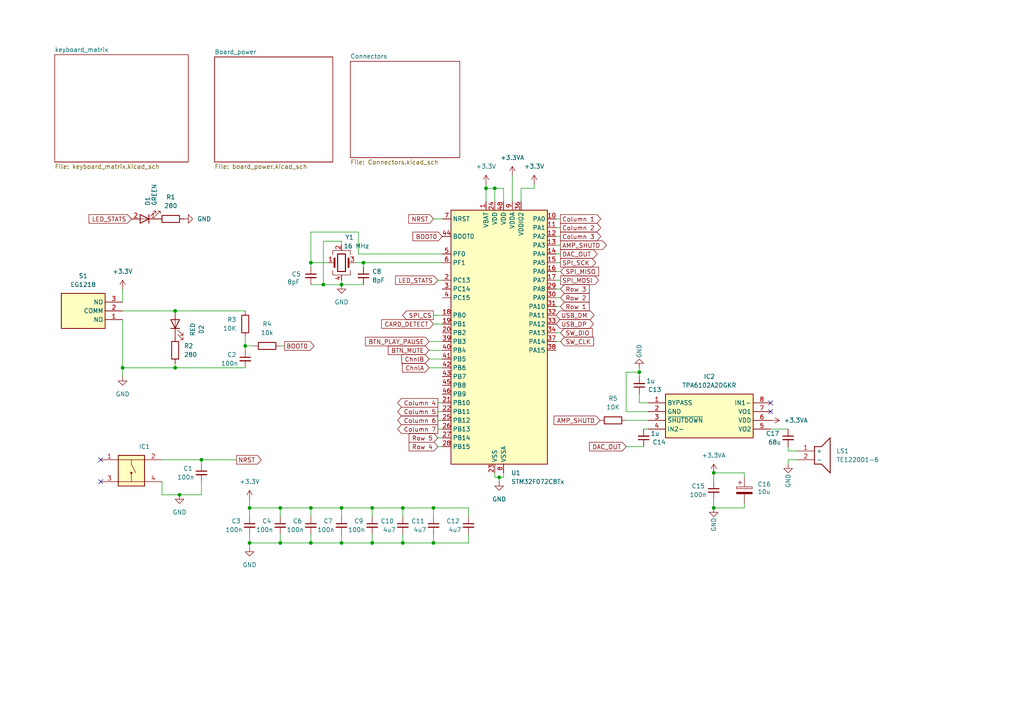
<source format=kicad_sch>
(kicad_sch (version 20231120) (generator "eeschema") (generator_version "8.0")
  (paper "A4")
  (lib_symbols
    (symbol "150080VS75000(WURTH GREEN LED):150080VS75000"
      (property "Reference" "D" (at 0 0 0))
      (symbol "150080VS75000_0_1"
        (polyline (pts (xy 1.27 -3.81) (xy 1.27 -1.27)) (stroke (width 0.254)))
        (polyline (pts (xy 1.27 -2.54) (xy 3.81 -2.54)))
        (polyline (pts (xy 3.81 -3.81) (xy 3.81 -1.27) (xy 1.27 -2.54) (xy 3.81 -3.81)) (stroke (width 0.254)))
        (polyline (pts (xy -0.508 -3.302) (xy -2.032 -4.826) (xy -1.27 -4.826) (xy -2.032 -4.826) (xy -2.032 -4.064)))
        (polyline (pts (xy 0.762 -3.302) (xy -0.762 -4.826) (xy 0 -4.826) (xy -0.762 -4.826) (xy -0.762 -4.064)))
      )
      (symbol "150080VS75000_1_1"
        (pin passive line (at -1.27 -2.54 0) (length 2.54) (name "") (number "1"))
        (pin passive line (at 6.35 -2.54 180) (length 2.54) (name "") (number "2"))
      )
    )
    (symbol "Device:C_Polarized" (pin_numbers hide) (pin_names (offset 0.254))
      (property "Reference" "C" (at 0.635 2.54 0))
      (property "Value" "C_Polarized" (at 0.635 -2.54 0))
      (symbol "C_Polarized_0_1"
        (rectangle (start -2.286 0.508) (end 2.286 1.016))
        (polyline (pts (xy -1.778 2.286) (xy -0.762 2.286)))
        (polyline (pts (xy -1.27 2.794) (xy -1.27 1.778)))
        (rectangle (start 2.286 -0.508) (end -2.286 -1.016) (fill (type outline)))
      )
      (symbol "C_Polarized_1_1"
        (pin passive line (at 0 3.81 270) (length 2.794) (name "~") (number "1"))
        (pin passive line (at 0 -3.81 90) (length 2.794) (name "~") (number "2"))
      )
    )
    (symbol "Device:C_Small" (pin_numbers hide) (pin_names (offset 0.254) hide)
      (property "Reference" "C" (at 0.254 1.778 0))
      (property "Value" "C_Small" (at 0.254 -2.032 0))
      (symbol "C_Small_0_1"
        (polyline (pts (xy -1.524 -0.508) (xy 1.524 -0.508)) (stroke (width 0.3302)))
        (polyline (pts (xy -1.524 0.508) (xy 1.524 0.508)) (stroke (width 0.3048)))
      )
      (symbol "C_Small_1_1"
        (pin passive line (at 0 2.54 270) (length 2.032) (name "~") (number "1"))
        (pin passive line (at 0 -2.54 90) (length 2.032) (name "~") (number "2"))
      )
    )
    (symbol "Device:LED" (pin_numbers hide) (pin_names (offset 1.016) hide)
      (property "Reference" "D" (at 0 2.54 0))
      (property "Value" "LED" (at 0 -2.54 0))
      (symbol "LED_0_1"
        (polyline (pts (xy -1.27 -1.27) (xy -1.27 1.27)) (stroke (width 0.254)))
        (polyline (pts (xy -1.27 0) (xy 1.27 0)))
        (polyline (pts (xy 1.27 -1.27) (xy 1.27 1.27) (xy -1.27 0) (xy 1.27 -1.27)) (stroke (width 0.254)))
        (polyline (pts (xy -3.048 -0.762) (xy -4.572 -2.286) (xy -3.81 -2.286) (xy -4.572 -2.286) (xy -4.572 -1.524)))
        (polyline (pts (xy -1.778 -0.762) (xy -3.302 -2.286) (xy -2.54 -2.286) (xy -3.302 -2.286) (xy -3.302 -1.524)))
      )
      (symbol "LED_1_1"
        (pin passive line (at -3.81 0 0) (length 2.54) (name "K") (number "1"))
        (pin passive line (at 3.81 0 180) (length 2.54) (name "A") (number "2"))
      )
    )
    (symbol "Device:R" (pin_numbers hide) (pin_names (offset 0))
      (property "Reference" "R" (at 2.032 0 90))
      (property "Value" "R" (at 0 0 90))
      (symbol "R_0_1"
        (rectangle (start -1.016 -2.54) (end 1.016 2.54) (stroke (width 0.254)))
      )
      (symbol "R_1_1"
        (pin passive line (at 0 3.81 270) (length 1.27) (name "~") (number "1"))
        (pin passive line (at 0 -3.81 90) (length 1.27) (name "~") (number "2"))
      )
    )
    (symbol "EG1218:EG1218"
      (property "Reference" "S" (at 19.05 7.62 0))
      (property "Value" "EG1218" (at 19.05 5.08 0))
      (symbol "EG1218_1_1"
        (rectangle (start 5.08 2.54) (end 17.78 -7.62) (stroke (width 0.254)) (fill (type background)))
        (pin passive line (at 0 0 0) (length 5.08) (name "NO") (number "1"))
        (pin passive line (at 0 -2.54 0) (length 5.08) (name "COMM") (number "2"))
        (pin passive line (at 0 -5.08 0) (length 5.08) (name "NO") (number "3"))
      )
    )
    (symbol "MCU_ST_STM32F0:STM32F072C8Tx"
      (property "Reference" "U" (at -12.7 39.37 0))
      (property "Value" "STM32F072C8Tx" (at 10.16 39.37 0))
      (symbol "STM32F072C8Tx_0_1"
        (rectangle (start -12.7 -35.56) (end 15.24 38.1) (stroke (width 0.254)) (fill (type background)))
      )
      (symbol "STM32F072C8Tx_1_1"
        (pin power_in line (at -2.54 40.64 270) (length 2.54) (name "VBAT") (number "1"))
        (pin bidirectional line (at 17.78 35.56 180) (length 2.54) (name "PA0") (number "10"))
        (pin bidirectional line (at 17.78 33.02 180) (length 2.54) (name "PA1") (number "11"))
        (pin bidirectional line (at 17.78 30.48 180) (length 2.54) (name "PA2") (number "12"))
        (pin bidirectional line (at 17.78 27.94 180) (length 2.54) (name "PA3") (number "13"))
        (pin bidirectional line (at 17.78 25.4 180) (length 2.54) (name "PA4") (number "14"))
        (pin bidirectional line (at 17.78 22.86 180) (length 2.54) (name "PA5") (number "15"))
        (pin bidirectional line (at 17.78 20.32 180) (length 2.54) (name "PA6") (number "16"))
        (pin bidirectional line (at 17.78 17.78 180) (length 2.54) (name "PA7") (number "17"))
        (pin bidirectional line (at -15.24 7.62 0) (length 2.54) (name "PB0") (number "18"))
        (pin bidirectional line (at -15.24 5.08 0) (length 2.54) (name "PB1") (number "19"))
        (pin bidirectional line (at -15.24 17.78 0) (length 2.54) (name "PC13") (number "2"))
        (pin bidirectional line (at -15.24 2.54 0) (length 2.54) (name "PB2") (number "20"))
        (pin bidirectional line (at -15.24 -17.78 0) (length 2.54) (name "PB10") (number "21"))
        (pin bidirectional line (at -15.24 -20.32 0) (length 2.54) (name "PB11") (number "22"))
        (pin power_in line (at 0 -38.1 90) (length 2.54) (name "VSS") (number "23"))
        (pin power_in line (at 0 40.64 270) (length 2.54) (name "VDD") (number "24"))
        (pin bidirectional line (at -15.24 -22.86 0) (length 2.54) (name "PB12") (number "25"))
        (pin bidirectional line (at -15.24 -25.4 0) (length 2.54) (name "PB13") (number "26"))
        (pin bidirectional line (at -15.24 -27.94 0) (length 2.54) (name "PB14") (number "27"))
        (pin bidirectional line (at -15.24 -30.48 0) (length 2.54) (name "PB15") (number "28"))
        (pin bidirectional line (at 17.78 15.24 180) (length 2.54) (name "PA8") (number "29"))
        (pin bidirectional line (at -15.24 15.24 0) (length 2.54) (name "PC14") (number "3"))
        (pin bidirectional line (at 17.78 12.7 180) (length 2.54) (name "PA9") (number "30"))
        (pin bidirectional line (at 17.78 10.16 180) (length 2.54) (name "PA10") (number "31"))
        (pin bidirectional line (at 17.78 7.62 180) (length 2.54) (name "PA11") (number "32"))
        (pin bidirectional line (at 17.78 5.08 180) (length 2.54) (name "PA12") (number "33"))
        (pin bidirectional line (at 17.78 2.54 180) (length 2.54) (name "PA13") (number "34"))
        (pin passive line (at 0 -38.1 90) (length 2.54) hide (name "VSS") (number "35"))
        (pin power_in line (at 7.62 40.64 270) (length 2.54) (name "VDDIO2") (number "36"))
        (pin bidirectional line (at 17.78 0 180) (length 2.54) (name "PA14") (number "37"))
        (pin bidirectional line (at 17.78 -2.54 180) (length 2.54) (name "PA15") (number "38"))
        (pin bidirectional line (at -15.24 0 0) (length 2.54) (name "PB3") (number "39"))
        (pin bidirectional line (at -15.24 12.7 0) (length 2.54) (name "PC15") (number "4"))
        (pin bidirectional line (at -15.24 -2.54 0) (length 2.54) (name "PB4") (number "40"))
        (pin bidirectional line (at -15.24 -5.08 0) (length 2.54) (name "PB5") (number "41"))
        (pin bidirectional line (at -15.24 -7.62 0) (length 2.54) (name "PB6") (number "42"))
        (pin bidirectional line (at -15.24 -10.16 0) (length 2.54) (name "PB7") (number "43"))
        (pin input line (at -15.24 30.48 0) (length 2.54) (name "BOOT0") (number "44"))
        (pin bidirectional line (at -15.24 -12.7 0) (length 2.54) (name "PB8") (number "45"))
        (pin bidirectional line (at -15.24 -15.24 0) (length 2.54) (name "PB9") (number "46"))
        (pin passive line (at 0 -38.1 90) (length 2.54) hide (name "VSS") (number "47"))
        (pin power_in line (at 2.54 40.64 270) (length 2.54) (name "VDD") (number "48"))
        (pin bidirectional line (at -15.24 25.4 0) (length 2.54) (name "PF0") (number "5"))
        (pin bidirectional line (at -15.24 22.86 0) (length 2.54) (name "PF1") (number "6"))
        (pin input line (at -15.24 35.56 0) (length 2.54) (name "NRST") (number "7"))
        (pin power_in line (at 2.54 -38.1 90) (length 2.54) (name "VSSA") (number "8"))
        (pin power_in line (at 5.08 40.64 270) (length 2.54) (name "VDDA") (number "9"))
      )
    )
    (symbol "TE122001-6:TE122001-6"
      (property "Reference" "LS" (at 11.43 0 0))
      (property "Value" "TE122001-6" (at 11.43 -2.54 0))
      (symbol "TE122001-6_1_1"
        (polyline (pts (xy 5.08 1.27) (xy 5.08 -3.81)) (stroke (width 0.254)))
        (polyline (pts (xy 5.08 1.27) (xy 7.112 1.27)) (stroke (width 0.254)))
        (polyline (pts (xy 7.112 -3.81) (xy 5.08 -3.81)) (stroke (width 0.254)))
        (polyline (pts (xy 7.112 -3.81) (xy 9.652 -6.35)) (stroke (width 0.254)))
        (polyline (pts (xy 9.652 3.81) (xy 7.112 1.27)) (stroke (width 0.254)))
        (polyline (pts (xy 9.652 3.81) (xy 9.652 -6.35)) (stroke (width 0.254)))
        (pin passive line (at 0 0 0) (length 5.08) (name "+") (number "1"))
        (pin passive line (at 0 -2.54 0) (length 5.08) (name "-") (number "2"))
      )
    )
    (symbol "TPA6102A2DGKR:TPA6102A2DGKR"
      (property "Reference" "IC" (at 31.75 7.62 0))
      (property "Value" "TPA6102A2DGKR" (at 31.75 5.08 0))
      (symbol "TPA6102A2DGKR_1_1"
        (rectangle (start 5.08 2.54) (end 30.48 -10.16) (stroke (width 0.254)) (fill (type background)))
        (pin passive line (at 0 0 0) (length 5.08) (name "BYPASS") (number "1"))
        (pin passive line (at 0 -2.54 0) (length 5.08) (name "GND") (number "2"))
        (pin passive line (at 0 -5.08 0) (length 5.08) (name "~{SHUTDOWN}") (number "3"))
        (pin passive line (at 0 -7.62 0) (length 5.08) (name "IN2-") (number "4"))
        (pin passive line (at 35.56 -7.62 180) (length 5.08) (name "VO2") (number "5"))
        (pin passive line (at 35.56 -5.08 180) (length 5.08) (name "VDD") (number "6"))
        (pin passive line (at 35.56 -2.54 180) (length 5.08) (name "VO1") (number "7"))
        (pin passive line (at 35.56 0 180) (length 5.08) (name "IN1-") (number "8"))
      )
    )
    (symbol "TS02-66-80-BK-160-LCR-D:TS02-66-80-BK-160-LCR-D"
      (property "Reference" "IC1" (at 15.24 5.08 0))
      (symbol "TS02-66-80-BK-160-LCR-D_0_1"
        (polyline (pts (xy 7.62 -5.08) (xy 15.24 -5.08)))
        (polyline (pts (xy 11.43 -5.08) (xy 11.43 -3.81)))
        (polyline (pts (xy 11.43 -3.81) (xy 11.43 -2.54)))
        (polyline (pts (xy 11.43 0) (xy 12.7 -2.54)))
        (polyline (pts (xy 11.43 1.27) (xy 11.43 0)))
        (polyline (pts (xy 7.62 1.27) (xy 8.89 1.27) (xy 15.24 1.27)))
      )
      (symbol "TS02-66-80-BK-160-LCR-D_1_1"
        (rectangle (start 7.62 2.54) (end 15.24 -6.35) (stroke (width 0.254)) (fill (type background)))
        (circle (center 11.43 -2.54) (radius 0.254) (fill (type color) (color 255 0 0 1)))
        (pin passive line (at 2.54 1.27 0) (length 5.08) (name "") (number "1"))
        (pin passive line (at 20.32 1.27 180) (length 5.08) (name "") (number "2"))
        (pin passive line (at 2.54 -5.08 0) (length 5.08) (name "") (number "3"))
        (pin passive line (at 20.32 -5.08 180) (length 5.08) (name "") (number "4"))
      )
    )
    (symbol "TSX-3225 16.0000MF09Z-AC3:TSX-3225_16.0000MF09Z-AC3"
      (property "Reference" "Y" (at 0 0 0))
      (symbol "TSX-3225_16.0000MF09Z-AC3_0_1"
        (rectangle (start -3.933 -2.06) (end -1.647 -7.14) (stroke (width 0.3048)))
        (polyline (pts (xy -5.33 -4.6) (xy -4.822 -4.6)))
        (polyline (pts (xy -4.822 -5.87) (xy -4.822 -3.33)) (stroke (width 0.508)))
        (polyline (pts (xy -2.79 -8.41) (xy -2.79 -8.156)))
        (polyline (pts (xy -2.79 -1.044) (xy -2.79 -0.79)))
        (polyline (pts (xy -0.758 -5.87) (xy -0.758 -3.33)) (stroke (width 0.508)))
        (polyline (pts (xy -0.758 -4.6) (xy -0.25 -4.6)))
        (polyline (pts (xy -5.33 -6.886) (xy -5.33 -8.156) (xy -0.25 -8.156) (xy -0.25 -6.886)))
        (polyline (pts (xy -5.33 -2.314) (xy -5.33 -1.044) (xy -0.25 -1.044) (xy -0.25 -2.314)))
      )
      (symbol "TSX-3225_16.0000MF09Z-AC3_1_1"
        (pin passive line (at -6.6 -4.6 0) (length 1.27) (name "") (number "1"))
        (pin passive line (at -2.79 0.48 270) (length 1.27) (name "") (number "2"))
        (pin passive line (at 1.02 -4.6 180) (length 1.27) (name "") (number "3"))
        (pin passive line (at -2.79 -9.68 90) (length 1.27) (name "") (number "4"))
      )
    )
    (symbol "power:+3.3V" (power) (pin_numbers hide) (pin_names (offset 0) hide)
      (property "Value" "+3.3V" (at 0 3.556 0))
      (symbol "+3.3V_0_1"
        (polyline (pts (xy -0.762 1.27) (xy 0 2.54)))
        (polyline (pts (xy 0 0) (xy 0 2.54)))
        (polyline (pts (xy 0 2.54) (xy 0.762 1.27)))
      )
      (symbol "+3.3V_1_1"
        (pin power_in line (at 0 0 90) (length 0) (name "~") (number "1"))
      )
    )
    (symbol "power:+3.3VA" (power) (pin_numbers hide) (pin_names (offset 0) hide)
      (property "Value" "+3.3VA" (at 0 3.556 0))
      (symbol "+3.3VA_0_1"
        (polyline (pts (xy -0.762 1.27) (xy 0 2.54)))
        (polyline (pts (xy 0 0) (xy 0 2.54)))
        (polyline (pts (xy 0 2.54) (xy 0.762 1.27)))
      )
      (symbol "+3.3VA_1_1"
        (pin power_in line (at 0 0 90) (length 0) (name "~") (number "1"))
      )
    )
    (symbol "power:GND" (power) (pin_numbers hide) (pin_names (offset 0) hide)
      (property "Value" "GND" (at 0 -3.81 0))
      (symbol "GND_0_1"
        (polyline (pts (xy 0 0) (xy 0 -1.27) (xy 1.27 -1.27) (xy 0 -2.54) (xy -1.27 -1.27) (xy 0 -1.27)))
      )
      (symbol "GND_1_1"
        (pin power_in line (at 0 0 270) (length 0) (name "~") (number "1"))
      )
    )
  )
  (junction (at 99.06 147.32))
  (junction (at 140.97 54.61))
  (junction (at 185.42 107.95))
  (junction (at 90.17 76.2))
  (junction (at 71.12 100.33))
  (junction (at 125.73 157.48))
  (junction (at 207.01 147.32))
  (junction (at 99.06 82.55))
  (junction (at 144.78 138.43))
  (junction (at 99.06 157.48))
  (junction (at 52.07 143.51))
  (junction (at 125.73 147.32))
  (junction (at 81.28 157.48))
  (junction (at 72.39 157.48))
  (junction (at 93.795 82.55))
  (junction (at 35.56 106.68))
  (junction (at 143.51 54.61))
  (junction (at 90.17 157.48))
  (junction (at 72.39 147.32))
  (junction (at 107.95 157.48))
  (junction (at 58.42 133.35))
  (junction (at 116.84 147.32))
  (junction (at 81.28 147.32))
  (junction (at 105.41 76.2))
  (junction (at 107.95 147.32))
  (junction (at 90.17 147.32))
  (junction (at 116.84 157.48))
  (junction (at 50.8 90.17))
  (junction (at 207.01 137.16))
  (junction (at 50.8 106.68))
  (no_connect (at 223.52 119.38))
  (no_connect (at 223.52 116.84))
  (no_connect (at 29.21 133.35))
  (no_connect (at 29.21 139.7))
  (wire (pts (xy 72.39 157.48) (xy 72.39 154.94)))
  (wire (pts (xy 161.29 78.74) (xy 162.56 78.74)))
  (wire (pts (xy 146.05 54.61) (xy 143.51 54.61)))
  (wire (pts (xy 215.9 146.05) (xy 215.9 147.32)))
  (wire (pts (xy 127 119.38) (xy 128.27 119.38)))
  (wire (pts (xy 161.29 63.5) (xy 162.56 63.5)))
  (wire (pts (xy 127 81.28) (xy 128.27 81.28)))
  (wire (pts (xy 185.42 114.3) (xy 185.42 116.84)))
  (wire (pts (xy 93.795 82.55) (xy 99.06 82.55)))
  (wire (pts (xy 143.51 54.61) (xy 143.51 58.42)))
  (wire (pts (xy 116.84 157.48) (xy 116.84 154.94)))
  (wire (pts (xy 186.69 124.46) (xy 187.96 124.46)))
  (wire (pts (xy 127 124.46) (xy 128.27 124.46)))
  (wire (pts (xy 124.46 99.06) (xy 128.27 99.06)))
  (wire (pts (xy 140.97 58.42) (xy 140.97 54.61)))
  (wire (pts (xy 124.46 101.6) (xy 128.27 101.6)))
  (wire (pts (xy 58.42 133.35) (xy 46.99 133.35)))
  (wire (pts (xy 161.29 83.82) (xy 162.56 83.82)))
  (wire (pts (xy 151.13 54.61) (xy 151.13 58.42)))
  (wire (pts (xy 90.17 157.48) (xy 90.17 154.94)))
  (wire (pts (xy 72.39 158.75) (xy 72.39 157.48)))
  (wire (pts (xy 161.29 96.52) (xy 162.56 96.52)))
  (wire (pts (xy 81.28 147.32) (xy 90.17 147.32)))
  (wire (pts (xy 93.795 69.96) (xy 93.795 82.55)))
  (wire (pts (xy 161.29 71.12) (xy 162.56 71.12)))
  (wire (pts (xy 35.56 83.82) (xy 35.56 87.63)))
  (wire (pts (xy 107.95 157.48) (xy 107.95 154.94)))
  (wire (pts (xy 50.8 90.17) (xy 71.12 90.17)))
  (wire (pts (xy 46.99 143.51) (xy 52.07 143.51)))
  (wire (pts (xy 125.73 147.32) (xy 125.73 149.86)))
  (wire (pts (xy 154.94 54.61) (xy 151.13 54.61)))
  (wire (pts (xy 148.59 50.8) (xy 148.59 58.42)))
  (wire (pts (xy 81.28 100.33) (xy 82.55 100.33)))
  (wire (pts (xy 185.42 106.68) (xy 185.42 107.95)))
  (wire (pts (xy 125.73 63.5) (xy 128.27 63.5)))
  (wire (pts (xy 103.955 73.66) (xy 128.27 73.66)))
  (wire (pts (xy 223.52 124.46) (xy 228.6 124.46)))
  (wire (pts (xy 146.05 138.43) (xy 146.05 137.16)))
  (wire (pts (xy 50.8 106.68) (xy 71.12 106.68)))
  (wire (pts (xy 207.01 147.32) (xy 207.01 144.78)))
  (wire (pts (xy 99.06 71.12) (xy 99.06 69.96)))
  (wire (pts (xy 146.05 138.43) (xy 144.78 138.43)))
  (wire (pts (xy 228.6 130.81) (xy 228.6 129.54)))
  (wire (pts (xy 107.95 147.32) (xy 107.95 149.86)))
  (wire (pts (xy 231.14 133.35) (xy 228.6 133.35)))
  (wire (pts (xy 81.28 157.48) (xy 81.28 154.94)))
  (wire (pts (xy 71.12 100.33) (xy 71.12 101.6)))
  (wire (pts (xy 207.01 137.16) (xy 207.01 139.7)))
  (wire (pts (xy 46.99 139.7) (xy 46.99 143.51)))
  (wire (pts (xy 58.42 133.35) (xy 58.42 134.62)))
  (wire (pts (xy 125.73 147.32) (xy 135.89 147.32)))
  (wire (pts (xy 73.66 100.33) (xy 71.12 100.33)))
  (wire (pts (xy 99.06 147.32) (xy 99.06 149.86)))
  (wire (pts (xy 161.29 88.9) (xy 162.56 88.9)))
  (wire (pts (xy 35.56 106.68) (xy 35.56 109.22)))
  (wire (pts (xy 58.42 143.51) (xy 52.07 143.51)))
  (wire (pts (xy 103.955 67.31) (xy 103.955 73.66)))
  (wire (pts (xy 72.39 157.48) (xy 81.28 157.48)))
  (wire (pts (xy 186.69 129.54) (xy 181.61 129.54)))
  (wire (pts (xy 103.955 67.31) (xy 90.17 67.31)))
  (wire (pts (xy 161.29 86.36) (xy 162.56 86.36)))
  (wire (pts (xy 187.96 119.38) (xy 181.61 119.38)))
  (wire (pts (xy 35.56 106.68) (xy 50.8 106.68)))
  (wire (pts (xy 107.95 157.48) (xy 116.84 157.48)))
  (wire (pts (xy 72.39 147.32) (xy 72.39 149.86)))
  (wire (pts (xy 99.06 157.48) (xy 99.06 154.94)))
  (wire (pts (xy 161.29 68.58) (xy 162.56 68.58)))
  (wire (pts (xy 93.795 69.96) (xy 99.06 69.96)))
  (wire (pts (xy 90.17 147.32) (xy 90.17 149.86)))
  (wire (pts (xy 135.89 147.32) (xy 135.89 149.86)))
  (wire (pts (xy 50.8 105.41) (xy 50.8 106.68)))
  (wire (pts (xy 107.95 147.32) (xy 116.84 147.32)))
  (wire (pts (xy 146.05 58.42) (xy 146.05 54.61)))
  (wire (pts (xy 181.61 107.95) (xy 185.42 107.95)))
  (wire (pts (xy 161.29 66.04) (xy 162.56 66.04)))
  (wire (pts (xy 125.73 91.44) (xy 128.27 91.44)))
  (wire (pts (xy 143.51 138.43) (xy 144.78 138.43)))
  (wire (pts (xy 181.61 121.92) (xy 187.96 121.92)))
  (wire (pts (xy 124.46 106.68) (xy 128.27 106.68)))
  (wire (pts (xy 124.46 104.14) (xy 128.27 104.14)))
  (wire (pts (xy 35.56 92.71) (xy 35.56 106.68)))
  (wire (pts (xy 228.6 130.81) (xy 231.14 130.81)))
  (wire (pts (xy 72.39 144.78) (xy 72.39 147.32)))
  (wire (pts (xy 90.17 82.55) (xy 93.795 82.55)))
  (wire (pts (xy 81.28 157.48) (xy 90.17 157.48)))
  (wire (pts (xy 90.17 76.2) (xy 90.17 77.47)))
  (wire (pts (xy 90.17 147.32) (xy 99.06 147.32)))
  (wire (pts (xy 125.73 93.98) (xy 128.27 93.98)))
  (wire (pts (xy 105.41 82.55) (xy 99.06 82.55)))
  (wire (pts (xy 140.97 54.61) (xy 140.97 53.34)))
  (wire (pts (xy 215.9 137.16) (xy 207.01 137.16)))
  (wire (pts (xy 58.42 133.35) (xy 68.58 133.35)))
  (wire (pts (xy 161.29 99.06) (xy 162.56 99.06)))
  (wire (pts (xy 143.51 137.16) (xy 143.51 138.43)))
  (wire (pts (xy 127 121.92) (xy 128.27 121.92)))
  (wire (pts (xy 102.87 76.2) (xy 105.41 76.2)))
  (wire (pts (xy 140.97 54.61) (xy 143.51 54.61)))
  (wire (pts (xy 125.73 157.48) (xy 125.73 154.94)))
  (wire (pts (xy 135.89 157.48) (xy 135.89 154.94)))
  (wire (pts (xy 71.12 97.79) (xy 71.12 100.33)))
  (wire (pts (xy 144.78 138.43) (xy 144.78 139.7)))
  (wire (pts (xy 116.84 147.32) (xy 125.73 147.32)))
  (wire (pts (xy 161.29 76.2) (xy 162.56 76.2)))
  (wire (pts (xy 116.84 147.32) (xy 116.84 149.86)))
  (wire (pts (xy 81.28 147.32) (xy 81.28 149.86)))
  (wire (pts (xy 90.17 157.48) (xy 99.06 157.48)))
  (wire (pts (xy 90.17 67.31) (xy 90.17 76.2)))
  (wire (pts (xy 161.29 73.66) (xy 162.56 73.66)))
  (wire (pts (xy 154.94 53.34) (xy 154.94 54.61)))
  (wire (pts (xy 215.9 138.43) (xy 215.9 137.16)))
  (wire (pts (xy 72.39 147.32) (xy 81.28 147.32)))
  (wire (pts (xy 116.84 157.48) (xy 125.73 157.48)))
  (wire (pts (xy 228.6 133.35) (xy 228.6 134.62)))
  (wire (pts (xy 185.42 116.84) (xy 187.96 116.84)))
  (wire (pts (xy 127 127) (xy 128.27 127)))
  (wire (pts (xy 105.41 76.2) (xy 128.27 76.2)))
  (wire (pts (xy 125.73 157.48) (xy 135.89 157.48)))
  (wire (pts (xy 127 129.54) (xy 128.27 129.54)))
  (wire (pts (xy 161.29 81.28) (xy 162.56 81.28)))
  (wire (pts (xy 105.41 76.2) (xy 105.41 77.47)))
  (wire (pts (xy 35.56 90.17) (xy 50.8 90.17)))
  (wire (pts (xy 185.42 107.95) (xy 185.42 109.22)))
  (wire (pts (xy 95.25 76.2) (xy 90.17 76.2)))
  (wire (pts (xy 181.61 119.38) (xy 181.61 107.95)))
  (wire (pts (xy 99.06 81.28) (xy 99.06 82.55)))
  (wire (pts (xy 58.42 139.7) (xy 58.42 143.51)))
  (wire (pts (xy 99.06 157.48) (xy 107.95 157.48)))
  (wire (pts (xy 127 116.84) (xy 128.27 116.84)))
  (wire (pts (xy 215.9 147.32) (xy 207.01 147.32)))
  (wire (pts (xy 99.06 147.32) (xy 107.95 147.32)))
  (global_label "SPI_CS" (shape output) (at 125.73 91.44 180) (property "Intersheetrefs" "${INTERSHEET_REFS}" (effects (hide yes))))
  (global_label "AMP_SHUTD" (shape output) (at 162.56 71.12 0) (property "Intersheetrefs" "${INTERSHEET_REFS}" (effects (hide yes))))
  (global_label "Row 2" (shape input) (at 162.56 86.36 0) (property "Intersheetrefs" "${INTERSHEET_REFS}" (effects (hide yes))))
  (global_label "CARD_DETECT" (shape input) (at 125.73 93.98 180) (property "Intersheetrefs" "${INTERSHEET_REFS}" (effects (hide yes))))
  (global_label "NRST" (shape input) (at 125.73 63.5 180) (property "Intersheetrefs" "${INTERSHEET_REFS}" (effects (hide yes))))
  (global_label "NRST" (shape output) (at 68.58 133.35 0) (property "Intersheetrefs" "${INTERSHEET_REFS}" (effects (hide yes))))
  (global_label "USB_DM" (shape bidirectional) (at 161.29 91.44 0) (property "Intersheetrefs" "${INTERSHEET_REFS}" (effects (hide yes))))
  (global_label "BOOT0" (shape output) (at 82.55 100.33 0) (property "Intersheetrefs" "${INTERSHEET_REFS}" (effects (hide yes))))
  (global_label "Column 7" (shape output) (at 127 124.46 180) (property "Intersheetrefs" "${INTERSHEET_REFS}" (effects (hide yes))))
  (global_label "BTN_MUTE" (shape input) (at 124.46 101.6 180) (property "Intersheetrefs" "${INTERSHEET_REFS}" (effects (hide yes))))
  (global_label "SPI_MOSI" (shape output) (at 162.56 81.28 0) (property "Intersheetrefs" "${INTERSHEET_REFS}" (effects (hide yes))))
  (global_label "ChnlA" (shape input) (at 124.46 106.68 180) (property "Intersheetrefs" "${INTERSHEET_REFS}" (effects (hide yes))))
  (global_label "Column 1" (shape output) (at 162.56 63.5 0) (property "Intersheetrefs" "${INTERSHEET_REFS}" (effects (hide yes))))
  (global_label "AMP_SHUTD" (shape input) (at 173.99 121.92 180) (property "Intersheetrefs" "${INTERSHEET_REFS}" (effects (hide yes))))
  (global_label "LED_STATS" (shape input) (at 127 81.28 180) (property "Intersheetrefs" "${INTERSHEET_REFS}" (effects (hide yes))))
  (global_label "BOOT0" (shape input) (at 128.27 68.58 180) (property "Intersheetrefs" "${INTERSHEET_REFS}" (effects (hide yes))))
  (global_label "DAC_OUT" (shape input) (at 181.61 129.54 180) (property "Intersheetrefs" "${INTERSHEET_REFS}" (effects (hide yes))))
  (global_label "Column 2" (shape output) (at 162.56 66.04 0) (property "Intersheetrefs" "${INTERSHEET_REFS}" (effects (hide yes))))
  (global_label "DAC_OUT" (shape output) (at 162.56 73.66 0) (property "Intersheetrefs" "${INTERSHEET_REFS}" (effects (hide yes))))
  (global_label "ChnlB" (shape input) (at 124.46 104.14 180) (property "Intersheetrefs" "${INTERSHEET_REFS}" (effects (hide yes))))
  (global_label "SPI_SCK" (shape output) (at 162.56 76.2 0) (property "Intersheetrefs" "${INTERSHEET_REFS}" (effects (hide yes))))
  (global_label "Column 5" (shape output) (at 127 119.38 180) (property "Intersheetrefs" "${INTERSHEET_REFS}" (effects (hide yes))))
  (global_label "Row 5" (shape input) (at 127 127 180) (property "Intersheetrefs" "${INTERSHEET_REFS}" (effects (hide yes))))
  (global_label "Row 3" (shape input) (at 162.56 83.82 0) (property "Intersheetrefs" "${INTERSHEET_REFS}" (effects (hide yes))))
  (global_label "SPI_MISO" (shape input) (at 162.56 78.74 0) (property "Intersheetrefs" "${INTERSHEET_REFS}" (effects (hide yes))))
  (global_label "USB_DP" (shape bidirectional) (at 161.29 93.98 0) (property "Intersheetrefs" "${INTERSHEET_REFS}" (effects (hide yes))))
  (global_label "SW_CLK" (shape input) (at 162.56 99.06 0) (property "Intersheetrefs" "${INTERSHEET_REFS}" (effects (hide yes))))
  (global_label "Column 6" (shape output) (at 127 121.92 180) (property "Intersheetrefs" "${INTERSHEET_REFS}" (effects (hide yes))))
  (global_label "BTN_PLAY_PAUSE" (shape input) (at 124.46 99.06 180) (property "Intersheetrefs" "${INTERSHEET_REFS}" (effects (hide yes))))
  (global_label "Column 4" (shape output) (at 127 116.84 180) (property "Intersheetrefs" "${INTERSHEET_REFS}" (effects (hide yes))))
  (global_label "LED_STATS" (shape input) (at 38.1 63.5 180) (property "Intersheetrefs" "${INTERSHEET_REFS}" (effects (hide yes))))
  (global_label "Row 1" (shape input) (at 162.56 88.9 0) (property "Intersheetrefs" "${INTERSHEET_REFS}" (effects (hide yes))))
  (global_label "SW_DIO" (shape input) (at 162.56 96.52 0) (property "Intersheetrefs" "${INTERSHEET_REFS}" (effects (hide yes))))
  (global_label "Row 4" (shape input) (at 127 129.54 180) (property "Intersheetrefs" "${INTERSHEET_REFS}" (effects (hide yes))))
  (global_label "Column 3" (shape output) (at 162.56 68.58 0) (property "Intersheetrefs" "${INTERSHEET_REFS}" (effects (hide yes))))
  (symbol (lib_id "power:+3.3V") (at 35.56 83.82 0) (unit 1)
    (property "Reference" "#PWR01" (effects (hide yes)))
    (property "Value" "+3.3V" (at 35.56 78.74 0))
    (property "Description" "Power symbol creates a global label with name \"+3.3V\"" (effects (hide yes)))
  )
  (symbol (lib_id "power:+3.3V") (at 140.97 53.34 0) (mirror y) (unit 1)
    (property "Reference" "#PWR08" (effects (hide yes)))
    (property "Value" "+3.3V" (at 140.97 48.26 0))
    (property "Description" "Power symbol creates a global label with name \"+3.3V\"" (effects (hide yes)))
  )
  (symbol (lib_id "Device:LED") (at 50.8 93.98 90) (unit 1)
    (property "Reference" "D2" (at 58.42 95.5675 0))
    (property "Value" "RED" (at 55.88 95.5675 0))
    (property "Description" "Light emitting diode" (effects (hide yes)))
  )
  (symbol (lib_id "Device:C_Small") (at 71.12 104.14 0) (mirror y) (unit 1)
    (property "Reference" "C2" (at 68.58 102.8762 0) (effects (justify left)))
    (property "Value" "100n" (at 69.088 105.41 0) (effects (justify left)))
    (property "Description" "Unpolarized capacitor, small symbol" (effects (hide yes)))
  )
  (symbol (lib_id "TE122001-6:TE122001-6") (at 231.14 130.81 0) (unit 1)
    (property "Reference" "LS1" (at 242.57 130.8099 0) (effects (justify left)))
    (property "Value" "TE122001-6" (at 242.57 133.3499 0) (effects (justify left)))
    (property "Footprint" "TE1220016:TE1220016" (effects (hide yes)))
    (property "Datasheet" "https://dbunlimitedco.com/images/product_images/2D-Drawings/TE122001-6.pdf" (effects (hide yes)))
    (property "Description" "Buzzers Transducer, Externally Driven Electromechanical 1.5 V 30mA 2.048kHz 85dB @ 1.5V, 10cm Through Hole PC Pins" (effects (hide yes)))
    (property "Height" "8.7" (effects (hide yes)))
    (property "Manufacturer_Name" "DB Unlimited" (effects (hide yes)))
    (property "Manufacturer_Part_Number" "TE122001-6" (effects (hide yes)))
    (property "Mouser Part Number" "497-TE122001-6" (effects (hide yes)))
    (property "Mouser Price/Stock" "https://www.mouser.co.uk/ProductDetail/DB-Unlimited/TE122001-6?qs=t9M3m0YJX4NPzWmfcQIlUw%3D%3D" (effects (hide yes)))
    (property "Arrow Part Number" "TE122001-6" (effects (hide yes)))
    (property "Arrow Price/Stock" "https://www.arrow.com/en/products/te122001-6/db-unlimited" (effects (hide yes)))
  )
  (symbol (lib_id "Device:C_Small") (at 90.17 152.4 0) (mirror y) (unit 1)
    (property "Reference" "C6" (at 87.63 151.1362 0) (effects (justify left)))
    (property "Value" "100n" (at 88.138 153.67 0) (effects (justify left)))
    (property "Description" "Unpolarized capacitor, small symbol" (effects (hide yes)))
  )
  (symbol (lib_id "Device:R") (at 49.53 63.5 90) (unit 1)
    (property "Reference" "R1" (at 49.53 57.15 90))
    (property "Value" "280" (at 49.53 59.69 90))
    (property "Description" "Resistor" (effects (hide yes)))
  )
  (symbol (lib_id "Device:C_Small") (at 207.01 142.24 0) (mirror y) (unit 1)
    (property "Reference" "C15" (at 204.47 140.9762 0) (effects (justify left)))
    (property "Value" "100n" (at 204.978 143.51 0) (effects (justify left)))
    (property "Description" "Unpolarized capacitor, small symbol" (effects (hide yes)))
  )
  (symbol (lib_id "Device:C_Small") (at 90.17 80.01 0) (unit 1)
    (property "Reference" "C5" (at 84.582 79.502 0) (effects (justify left)))
    (property "Value" "8pF" (at 83.312 81.788 0) (effects (justify left)))
    (property "Description" "Unpolarized capacitor, small symbol" (effects (hide yes)))
  )
  (symbol (lib_id "power:GND") (at 207.01 147.32 0) (unit 1)
    (property "Reference" "#PWR014" (effects (hide yes)))
    (property "Value" "GND" (at 207.01 150.114 90) (effects (justify right)))
    (property "Description" "Power symbol creates a global label with name \"GND\" , ground" (effects (hide yes)))
  )
  (symbol (lib_id "TPA6102A2DGKR:TPA6102A2DGKR") (at 187.96 116.84 0) (unit 1)
    (property "Reference" "IC2" (at 205.74 109.22 0))
    (property "Value" "TPA6102A2DGKR" (at 205.74 111.76 0))
    (property "Footprint" "TPA6102A2DGKR:SOP65P490X110-8N" (effects (hide yes)))
    (property "Datasheet" "http://www.ti.com/lit/gpn/tpa6102a2" (effects (hide yes)))
    (property "Description" "50-mW Ultra Low-Voltage, Stereo Headphone Audio Amplifier with Fixed Gain (14dB)" (effects (hide yes)))
    (property "Height" "1.1" (effects (hide yes)))
    (property "Manufacturer_Name" "Texas Instruments" (effects (hide yes)))
    (property "Manufacturer_Part_Number" "TPA6102A2DGKR" (effects (hide yes)))
    (property "Mouser Part Number" "595-TPA6102A2DGKR" (effects (hide yes)))
    (property "Mouser Price/Stock" "https://www.mouser.co.uk/ProductDetail/Texas-Instruments/TPA6102A2DGKR?qs=ojKcPFmCWSXqrcjB4lQ9mA%3D%3D" (effects (hide yes)))
  )
  (symbol (lib_id "power:GND") (at 228.6 134.62 0) (unit 1)
    (property "Reference" "#PWR016" (effects (hide yes)))
    (property "Value" "GND" (at 228.6 137.414 90) (effects (justify right)))
    (property "Description" "Power symbol creates a global label with name \"GND\" , ground" (effects (hide yes)))
  )
  (symbol (lib_id "Device:C_Small") (at 125.73 152.4 0) (mirror y) (unit 1)
    (property "Reference" "C11" (at 123.19 151.1362 0) (effects (justify left)))
    (property "Value" "4u7" (at 123.698 153.67 0) (effects (justify left)))
    (property "Description" "Unpolarized capacitor, small symbol" (effects (hide yes)))
  )
  (symbol (lib_id "power:GND") (at 99.06 82.55 0) (mirror y) (unit 1)
    (property "Reference" "#PWR07" (effects (hide yes)))
    (property "Value" "GND" (at 99.06 87.63 0))
    (property "Description" "Power symbol creates a global label with name \"GND\" , ground" (effects (hide yes)))
  )
  (symbol (lib_id "power:GND") (at 72.39 158.75 0) (mirror y) (unit 1)
    (property "Reference" "#PWR06" (effects (hide yes)))
    (property "Value" "GND" (at 72.39 163.83 0))
    (property "Description" "Power symbol creates a global label with name \"GND\" , ground" (effects (hide yes)))
  )
  (symbol (lib_id "Device:C_Small") (at 116.84 152.4 0) (mirror y) (unit 1)
    (property "Reference" "C10" (at 114.3 151.1362 0) (effects (justify left)))
    (property "Value" "4u7" (at 114.808 153.67 0) (effects (justify left)))
    (property "Description" "Unpolarized capacitor, small symbol" (effects (hide yes)))
  )
  (symbol (lib_id "power:+3.3VA") (at 223.52 121.92 270) (unit 1)
    (property "Reference" "#PWR015" (effects (hide yes)))
    (property "Value" "+3.3VA" (at 227.33 121.9199 90) (effects (justify left)))
    (property "Description" "Power symbol creates a global label with name \"+3.3VA\"" (effects (hide yes)))
  )
  (symbol (lib_id "power:GND") (at 185.42 106.68 180) (unit 1)
    (property "Reference" "#PWR012" (effects (hide yes)))
    (property "Value" "GND" (at 185.42 103.886 90) (effects (justify right)))
    (property "Description" "Power symbol creates a global label with name \"GND\" , ground" (effects (hide yes)))
  )
  (symbol (lib_id "Device:C_Small") (at 72.39 152.4 0) (mirror y) (unit 1)
    (property "Reference" "C3" (at 69.85 151.1362 0) (effects (justify left)))
    (property "Value" "100n" (at 70.358 153.67 0) (effects (justify left)))
    (property "Description" "Unpolarized capacitor, small symbol" (effects (hide yes)))
  )
  (symbol (lib_id "power:+3.3V") (at 72.39 144.78 0) (mirror y) (unit 1)
    (property "Reference" "#PWR05" (effects (hide yes)))
    (property "Value" "+3.3V" (at 72.39 139.7 0))
    (property "Description" "Power symbol creates a global label with name \"+3.3V\"" (effects (hide yes)))
  )
  (symbol (lib_id "TS02-66-80-BK-160-LCR-D:TS02-66-80-BK-160-LCR-D") (at 26.67 134.62 0) (unit 1)
    (property "Reference" "IC1" (at 41.91 129.54 0))
    (property "Value" "TS02-66-80-BK-160-LCR-D" (effects (hide yes)))
    (property "Footprint" "Button_Switch_THT:TS02-66-80-BK-160-LCR-D" (effects (hide yes)))
    (property "Datasheet" "https://www.cuidevices.com/product/resource/pdf/ts02.pdf" (effects (hide yes)))
    (property "Description" "6 x 6 mm, 4.3~17 mm Actuator Height, 100~260 gf, Through Hole, SPST, Tactile Switch" (effects (hide yes)))
    (property "Height" "8.2" (effects (hide yes)))
    (property "Manufacturer_Name" "CUI Devices" (effects (hide yes)))
    (property "Manufacturer_Part_Number" "TS02-66-80-BK-160-LCR-D" (effects (hide yes)))
    (property "Mouser Part Number" "179-TS026680BK160LCR" (effects (hide yes)))
    (property "Mouser Price/Stock" "https://www.mouser.co.uk/ProductDetail/CUI-Devices/TS02-66-80-BK-160-LCR-D?qs=A6eO%252BMLsxmSm1xFOy1v9yg%3D%3D" (effects (hide yes)))
  )
  (symbol (lib_id "Device:C_Small") (at 99.06 152.4 0) (mirror y) (unit 1)
    (property "Reference" "C7" (at 96.52 151.1362 0) (effects (justify left)))
    (property "Value" "100n" (at 97.028 153.67 0) (effects (justify left)))
    (property "Description" "Unpolarized capacitor, small symbol" (effects (hide yes)))
  )
  (symbol (lib_id "Device:C_Polarized") (at 215.9 142.24 0) (unit 1)
    (property "Reference" "C16" (at 219.71 140.462 0) (effects (justify left)))
    (property "Value" "10u" (at 219.71 142.6209 0) (effects (justify left)))
    (property "Description" "Polarized capacitor" (effects (hide yes)))
  )
  (symbol (lib_id "Device:C_Small") (at 107.95 152.4 0) (mirror y) (unit 1)
    (property "Reference" "C9" (at 105.41 151.1362 0) (effects (justify left)))
    (property "Value" "100n" (at 105.918 153.67 0) (effects (justify left)))
    (property "Description" "Unpolarized capacitor, small symbol" (effects (hide yes)))
  )
  (symbol (lib_id "150080VS75000(WURTH GREEN LED):150080VS75000") (at 44.45 66.04 180) (unit 1)
    (property "Reference" "D1" (at 42.8624 59.69 90) (effects (justify right)))
    (property "Value" "GREEN" (at 44.7675 59.69 90) (effects (justify right)))
  )
  (symbol (lib_id "Device:R") (at 50.8 101.6 0) (unit 1)
    (property "Reference" "R2" (at 53.34 100.3299 0) (effects (justify left)))
    (property "Value" "280" (at 53.34 102.8699 0) (effects (justify left)))
    (property "Description" "Resistor" (effects (hide yes)))
  )
  (symbol (lib_id "EG1218:EG1218") (at 35.56 92.71 180) (unit 1)
    (property "Reference" "S1" (at 24.13 80.01 0))
    (property "Value" "EG1218" (at 24.13 82.55 0))
    (property "Footprint" "Button_Switch_THT:EG1218" (effects (hide yes)))
    (property "Datasheet" "https://configured-product-images.s3.amazonaws.com/2D/specs/EG1218.pdf" (effects (hide yes)))
    (property "Description" "SLIDE, 200mA 30VDC, SPDT On-On, Through Hole PC Pin" (effects (hide yes)))
    (property "Height" "7.4" (effects (hide yes)))
    (property "Manufacturer_Name" "E-Switch" (effects (hide yes)))
    (property "Manufacturer_Part_Number" "EG1218" (effects (hide yes)))
    (property "Mouser Part Number" "612-EG1218" (effects (hide yes)))
    (property "Mouser Price/Stock" "https://www.mouser.co.uk/ProductDetail/E-Switch/EG1218?qs=xDsBkp9LkocT0c8K%252B5e%2FgA%3D%3D" (effects (hide yes)))
  )
  (symbol (lib_id "Device:R") (at 77.47 100.33 270) (mirror x) (unit 1)
    (property "Reference" "R4" (at 77.47 93.98 90))
    (property "Value" "10k" (at 77.47 96.52 90))
    (property "Description" "Resistor" (effects (hide yes)))
  )
  (symbol (lib_id "Device:C_Small") (at 105.41 80.01 0) (unit 1)
    (property "Reference" "C8" (at 107.95 78.7462 0) (effects (justify left)))
    (property "Value" "8pF" (at 107.95 81.2862 0) (effects (justify left)))
    (property "Description" "Unpolarized capacitor, small symbol" (effects (hide yes)))
  )
  (symbol (lib_id "Device:C_Small") (at 81.28 152.4 0) (mirror y) (unit 1)
    (property "Reference" "C4" (at 78.74 151.1362 0) (effects (justify left)))
    (property "Value" "100n" (at 79.248 153.67 0) (effects (justify left)))
    (property "Description" "Unpolarized capacitor, small symbol" (effects (hide yes)))
  )
  (symbol (lib_id "power:GND") (at 35.56 109.22 0) (unit 1)
    (property "Reference" "#PWR02" (effects (hide yes)))
    (property "Value" "GND" (at 35.56 114.3 0))
    (property "Description" "Power symbol creates a global label with name \"GND\" , ground" (effects (hide yes)))
  )
  (symbol (lib_id "Device:R") (at 177.8 121.92 270) (mirror x) (unit 1)
    (property "Reference" "R5" (at 177.8 115.57 90))
    (property "Value" "10K" (at 177.8 118.11 90))
    (property "Description" "Resistor" (effects (hide yes)))
  )
  (symbol (lib_id "power:GND") (at 144.78 139.7 0) (unit 1)
    (property "Reference" "#PWR09" (effects (hide yes)))
    (property "Value" "GND" (at 144.78 144.78 0))
    (property "Description" "Power symbol creates a global label with name \"GND\" , ground" (effects (hide yes)))
  )
  (symbol (lib_id "Device:C_Small") (at 186.69 127 0) (mirror x) (unit 1)
    (property "Reference" "C14" (at 189.23 128.2638 0) (effects (justify left)))
    (property "Value" "1u" (at 188.722 125.73 0) (effects (justify left)))
    (property "Description" "Unpolarized capacitor, small symbol" (effects (hide yes)))
  )
  (symbol (lib_id "power:+3.3V") (at 154.94 53.34 0) (mirror y) (unit 1)
    (property "Reference" "#PWR011" (effects (hide yes)))
    (property "Value" "+3.3V" (at 154.94 48.26 0))
    (property "Description" "Power symbol creates a global label with name \"+3.3V\"" (effects (hide yes)))
  )
  (symbol (lib_id "Device:C_Small") (at 185.42 111.76 0) (mirror x) (unit 1)
    (property "Reference" "C13" (at 187.96 113.0238 0) (effects (justify left)))
    (property "Value" "1u" (at 187.452 110.49 0) (effects (justify left)))
    (property "Description" "Unpolarized capacitor, small symbol" (effects (hide yes)))
  )
  (symbol (lib_id "power:+3.3VA") (at 148.59 50.8 0) (unit 1)
    (property "Reference" "#PWR010" (effects (hide yes)))
    (property "Value" "+3.3VA" (at 148.59 45.72 0))
    (property "Description" "Power symbol creates a global label with name \"+3.3VA\"" (effects (hide yes)))
  )
  (symbol (lib_id "power:GND") (at 52.07 143.51 0) (mirror y) (unit 1)
    (property "Reference" "#PWR03" (effects (hide yes)))
    (property "Value" "GND" (at 52.07 148.59 0))
    (property "Description" "Power symbol creates a global label with name \"GND\" , ground" (effects (hide yes)))
  )
  (symbol (lib_id "MCU_ST_STM32F0:STM32F072C8Tx") (at 143.51 99.06 0) (unit 1)
    (property "Reference" "U1" (at 148.2441 137.16 0) (effects (justify left)))
    (property "Value" "STM32F072C8Tx" (at 148.2441 139.7 0) (effects (justify left)))
    (property "Footprint" "Package_QFP:LQFP-48_7x7mm_P0.5mm" (effects (hide yes)))
    (property "Datasheet" "https://www.st.com/resource/en/datasheet/stm32f072c8.pdf" (effects (hide yes)))
    (property "Description" "STMicroelectronics Arm Cortex-M0 MCU, 64KB flash, 16KB RAM, 48 MHz, 2.0-3.6V, 37 GPIO, LQFP48" (effects (hide yes)))
  )
  (symbol (lib_id "Device:C_Small") (at 58.42 137.16 0) (mirror y) (unit 1)
    (property "Reference" "C1" (at 55.88 135.8962 0) (effects (justify left)))
    (property "Value" "100n" (at 56.388 138.43 0) (effects (justify left)))
    (property "Description" "Unpolarized capacitor, small symbol" (effects (hide yes)))
  )
  (symbol (lib_id "TSX-3225 16.0000MF09Z-AC3:TSX-3225_16.0000MF09Z-AC3") (at 101.85 71.6 0) (unit 1)
    (property "Reference" "Y1" (at 101.346 68.834 0))
    (property "Value" "16 MHz" (at 103.378 71.374 0))
  )
  (symbol (lib_id "Device:R") (at 71.12 93.98 0) (mirror y) (unit 1)
    (property "Reference" "R3" (at 68.58 92.7099 0) (effects (justify left)))
    (property "Value" "10K" (at 68.58 95.2499 0) (effects (justify left)))
    (property "Description" "Resistor" (effects (hide yes)))
  )
  (symbol (lib_id "Device:C_Small") (at 228.6 127 0) (mirror y) (unit 1)
    (property "Reference" "C17" (at 226.06 125.7362 0) (effects (justify left)))
    (property "Value" "68u" (at 226.568 128.27 0) (effects (justify left)))
    (property "Description" "Unpolarized capacitor, small symbol" (effects (hide yes)))
  )
  (symbol (lib_id "Device:C_Small") (at 135.89 152.4 0) (mirror y) (unit 1)
    (property "Reference" "C12" (at 133.35 151.1362 0) (effects (justify left)))
    (property "Value" "4u7" (at 133.858 153.67 0) (effects (justify left)))
    (property "Description" "Unpolarized capacitor, small symbol" (effects (hide yes)))
  )
  (symbol (lib_id "power:GND") (at 53.34 63.5 90) (unit 1)
    (property "Reference" "#PWR04" (effects (hide yes)))
    (property "Value" "GND" (at 57.15 63.4999 90) (effects (justify right)))
    (property "Description" "Power symbol creates a global label with name \"GND\" , ground" (effects (hide yes)))
  )
  (symbol (lib_id "power:+3.3VA") (at 207.01 137.16 0) (unit 1)
    (property "Reference" "#PWR013" (effects (hide yes)))
    (property "Value" "+3.3VA" (at 207.01 132.08 0))
    (property "Description" "Power symbol creates a global label with name \"+3.3VA\"" (effects (hide yes)))
  )
  (sheet (at 15.875 15.875) (size 38.735 31.115) (stroke (width 0.1524))
    (property "Sheetname" "keyboard_matrix" (at 15.875 15.1634 0) (effects (justify left bottom)))
    (property "Sheetfile" "keyboard_matrix.kicad_sch" (at 15.875 47.5746 0) (effects (justify left top)))
  )
  (sheet (at 62.23 16.51) (size 34.29 30.48) (stroke (width 0.1524))
    (property "Sheetname" "Board_power" (at 62.23 15.7984 0) (effects (justify left bottom)))
    (property "Sheetfile" "board_power.kicad_sch" (at 62.23 47.5746 0) (effects (justify left top)))
  )
  (sheet (at 101.6 17.78) (size 31.75 27.94) (stroke (width 0.1524))
    (property "Sheetname" "Connectors" (at 101.6 17.0684 0) (effects (justify left bottom)))
    (property "Sheetfile" "Connectors.kicad_sch" (at 101.6 46.3046 0) (effects (justify left top)))
  )
)
</source>
